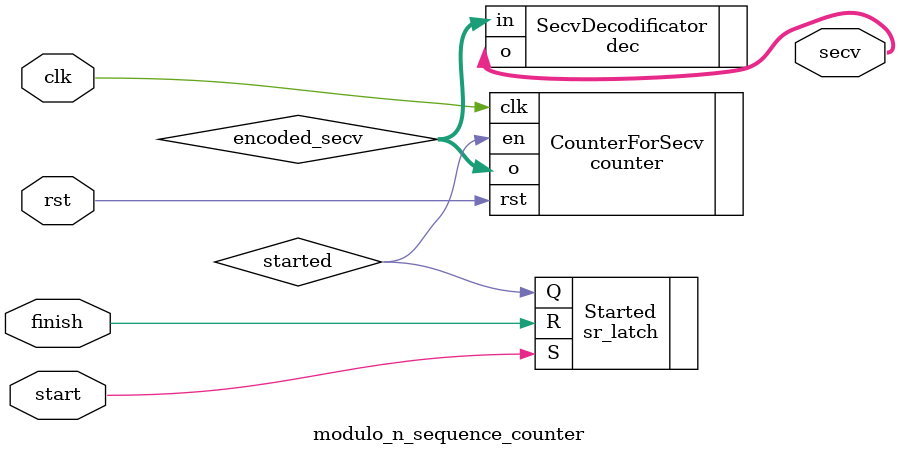
<source format=sv>
module modulo_n_sequence_counter #(
	parameter w = 4
)(
	input start,
  	input clk,
  	input rst,
  	input finish,
  	output [w - 1 : 0] secv
);
  
  wire serialOut;
  wire started;
  wire [1 : 0] encoded_secv;
  
  sr_latch Started(.S(start), .R(finish), .Q(started));
  
  counter #(.max(w - 1)) CounterForSecv(.clk(clk), .rst(rst), .en(started), .o(encoded_secv));
  
  dec #(.in_cnt(2), .out_cnt(4)) SecvDecodificator(.in(encoded_secv), .o(secv));
	
endmodule

</source>
